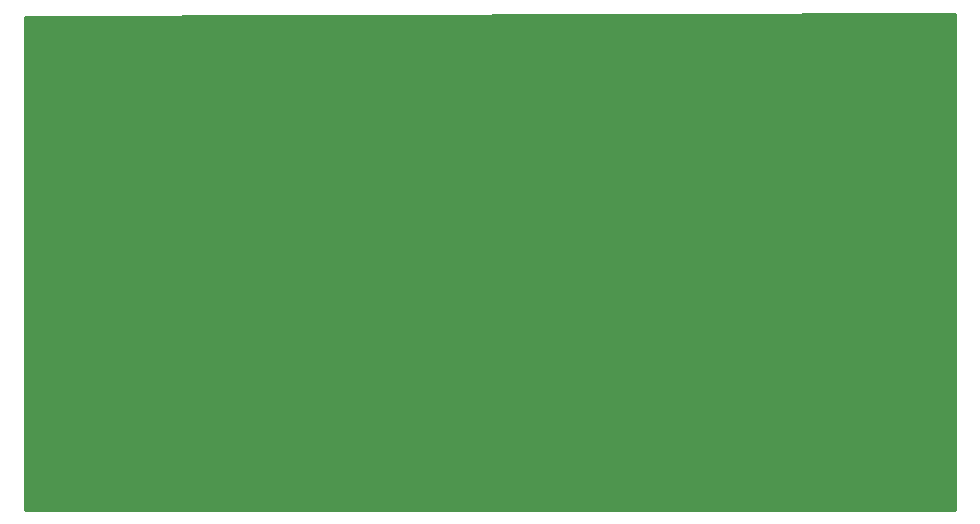
<source format=gbr>
%TF.GenerationSoftware,KiCad,Pcbnew,5.1.8-db9833491~88~ubuntu18.04.1*%
%TF.CreationDate,2020-12-01T05:37:15+01:00*%
%TF.ProjectId,esp32_gateway,65737033-325f-4676-9174-657761792e6b,rev?*%
%TF.SameCoordinates,Original*%
%TF.FileFunction,Profile,NP*%
%FSLAX46Y46*%
G04 Gerber Fmt 4.6, Leading zero omitted, Abs format (unit mm)*
G04 Created by KiCad (PCBNEW 5.1.8-db9833491~88~ubuntu18.04.1) date 2020-12-01 05:37:15*
%MOMM*%
%LPD*%
G01*
G04 APERTURE LIST*
%ADD10C,0.254000*%
%ADD11C,0.100000*%
G04 APERTURE END LIST*
D10*
X153873000Y-112373000D02*
X75127000Y-112373000D01*
X75127000Y-70626598D01*
X153873000Y-70377402D01*
X153873000Y-112373000D01*
D11*
G36*
X153873000Y-112373000D02*
G01*
X75127000Y-112373000D01*
X75127000Y-70626598D01*
X153873000Y-70377402D01*
X153873000Y-112373000D01*
G37*
M02*

</source>
